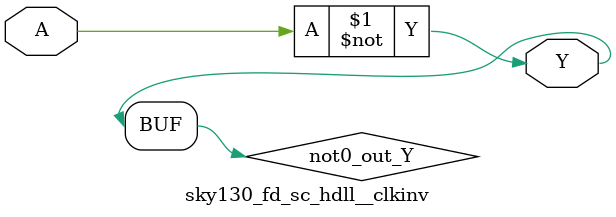
<source format=v>
/*
 * Copyright 2020 The SkyWater PDK Authors
 *
 * Licensed under the Apache License, Version 2.0 (the "License");
 * you may not use this file except in compliance with the License.
 * You may obtain a copy of the License at
 *
 *     https://www.apache.org/licenses/LICENSE-2.0
 *
 * Unless required by applicable law or agreed to in writing, software
 * distributed under the License is distributed on an "AS IS" BASIS,
 * WITHOUT WARRANTIES OR CONDITIONS OF ANY KIND, either express or implied.
 * See the License for the specific language governing permissions and
 * limitations under the License.
 *
 * SPDX-License-Identifier: Apache-2.0
*/


`ifndef SKY130_FD_SC_HDLL__CLKINV_FUNCTIONAL_V
`define SKY130_FD_SC_HDLL__CLKINV_FUNCTIONAL_V

/**
 * clkinv: Clock tree inverter.
 *
 * Verilog simulation functional model.
 */

`timescale 1ns / 1ps
`default_nettype none

`celldefine
module sky130_fd_sc_hdll__clkinv (
    Y,
    A
);

    // Module ports
    output Y;
    input  A;

    // Local signals
    wire not0_out_Y;

    //  Name  Output      Other arguments
    not not0 (not0_out_Y, A              );
    buf buf0 (Y         , not0_out_Y     );

endmodule
`endcelldefine

`default_nettype wire
`endif  // SKY130_FD_SC_HDLL__CLKINV_FUNCTIONAL_V

</source>
